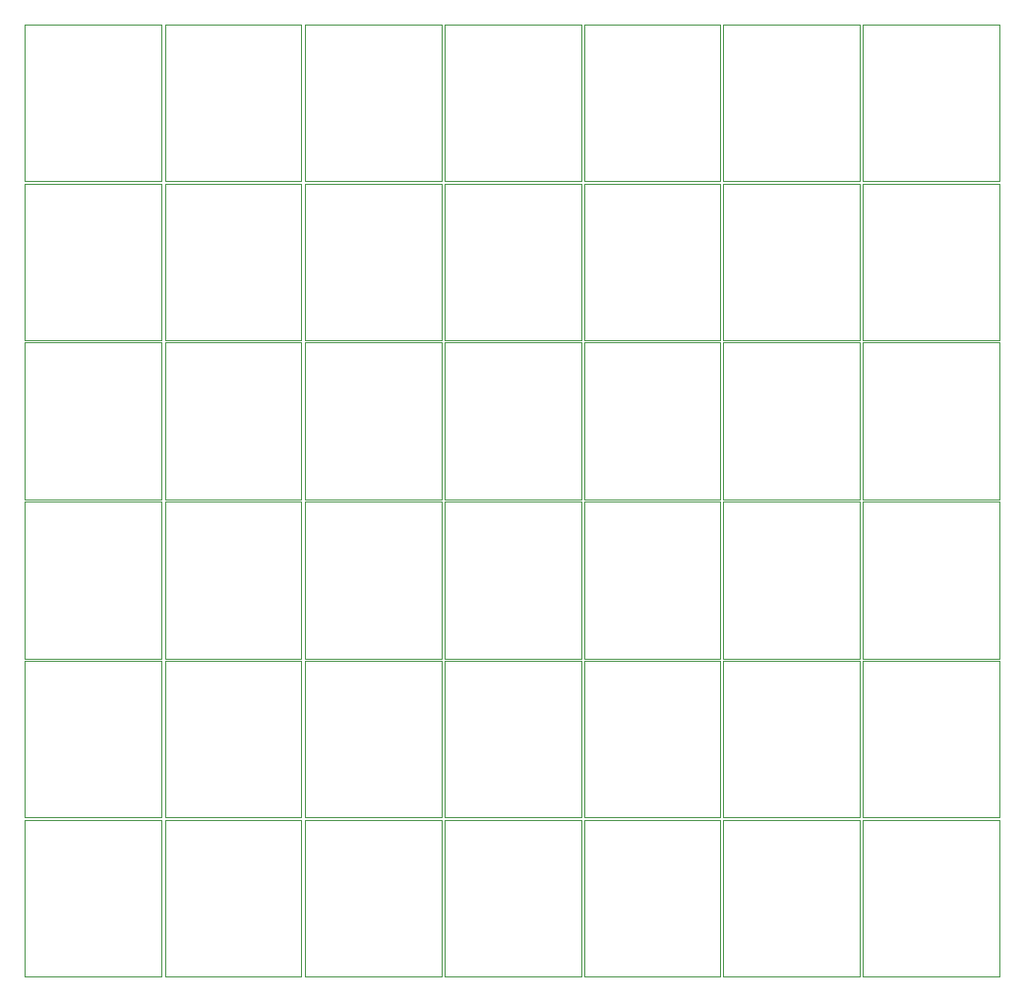
<source format=gbr>
G04 #@! TF.GenerationSoftware,KiCad,Pcbnew,5.0.2-bee76a0~70~ubuntu18.04.1*
G04 #@! TF.CreationDate,2019-05-10T19:14:11+02:00*
G04 #@! TF.ProjectId,spi_connector_board_micromatch_only_5x5_panel,7370695f-636f-46e6-9e65-63746f725f62,rev?*
G04 #@! TF.SameCoordinates,Original*
G04 #@! TF.FileFunction,Profile,NP*
%FSLAX46Y46*%
G04 Gerber Fmt 4.6, Leading zero omitted, Abs format (unit mm)*
G04 Created by KiCad (PCBNEW 5.0.2-bee76a0~70~ubuntu18.04.1) date Fr 10 Mai 2019 19:14:11 CEST*
%MOMM*%
%LPD*%
G01*
G04 APERTURE LIST*
%ADD10C,0.050000*%
G04 APERTURE END LIST*
D10*
X90246500Y-155421000D02*
X90246500Y-141921000D01*
X102311500Y-141921000D02*
X114061500Y-141921000D01*
X114311500Y-141921000D02*
X126061500Y-141921000D01*
X126311500Y-141921000D02*
X138061500Y-141921000D01*
X138311500Y-141921000D02*
X150061500Y-141921000D01*
X150311500Y-141921000D02*
X162061500Y-141921000D01*
X114061500Y-141921000D02*
X114061500Y-155421000D01*
X126061500Y-141921000D02*
X126061500Y-155421000D01*
X138061500Y-141921000D02*
X138061500Y-155421000D01*
X150061500Y-141921000D02*
X150061500Y-155421000D01*
X162061500Y-141921000D02*
X162061500Y-155421000D01*
X114061500Y-155421000D02*
X102311500Y-155421000D01*
X126061500Y-155421000D02*
X114311500Y-155421000D01*
X138061500Y-155421000D02*
X126311500Y-155421000D01*
X150061500Y-155421000D02*
X138311500Y-155421000D01*
X162061500Y-155421000D02*
X150311500Y-155421000D01*
X102311500Y-155421000D02*
X102311500Y-141921000D01*
X114311500Y-155421000D02*
X114311500Y-141921000D01*
X126311500Y-155421000D02*
X126311500Y-141921000D01*
X138311500Y-155421000D02*
X138311500Y-141921000D01*
X150311500Y-155421000D02*
X150311500Y-141921000D01*
X78181500Y-155421000D02*
X78181500Y-141921000D01*
X89931500Y-141921000D02*
X89931500Y-155421000D01*
X89931500Y-155421000D02*
X78181500Y-155421000D01*
X78181500Y-141921000D02*
X89931500Y-141921000D01*
X90246500Y-141921000D02*
X101996500Y-141921000D01*
X101996500Y-141921000D02*
X101996500Y-155421000D01*
X101996500Y-155421000D02*
X90246500Y-155421000D01*
X78181500Y-141705000D02*
X78181500Y-128205000D01*
X78181500Y-128005000D02*
X78181500Y-114505000D01*
X78181500Y-100605000D02*
X78181500Y-87105000D01*
X78181500Y-114305000D02*
X78181500Y-100805000D01*
X89931500Y-128005000D02*
X78181500Y-128005000D01*
X89931500Y-114305000D02*
X78181500Y-114305000D01*
X78181500Y-73405000D02*
X89931500Y-73405000D01*
X89931500Y-73405000D02*
X89931500Y-86905000D01*
X89931500Y-86905000D02*
X78181500Y-86905000D01*
X78181500Y-86905000D02*
X78181500Y-73405000D01*
X78181500Y-87105000D02*
X89931500Y-87105000D01*
X78181500Y-100805000D02*
X89931500Y-100805000D01*
X78181500Y-114505000D02*
X89931500Y-114505000D01*
X78181500Y-128205000D02*
X89931500Y-128205000D01*
X89931500Y-87105000D02*
X89931500Y-100605000D01*
X89931500Y-100805000D02*
X89931500Y-114305000D01*
X89931500Y-114505000D02*
X89931500Y-128005000D01*
X89931500Y-100605000D02*
X78181500Y-100605000D01*
X89931500Y-128205000D02*
X89931500Y-141705000D01*
X89931500Y-141705000D02*
X78181500Y-141705000D01*
X90246500Y-73405000D02*
X101996500Y-73405000D01*
X101996500Y-73405000D02*
X101996500Y-86905000D01*
X101996500Y-86905000D02*
X90246500Y-86905000D01*
X90246500Y-86905000D02*
X90246500Y-73405000D01*
X90246500Y-87105000D02*
X101996500Y-87105000D01*
X90246500Y-100805000D02*
X101996500Y-100805000D01*
X90246500Y-114505000D02*
X101996500Y-114505000D01*
X90246500Y-128205000D02*
X101996500Y-128205000D01*
X101996500Y-87105000D02*
X101996500Y-100605000D01*
X101996500Y-100805000D02*
X101996500Y-114305000D01*
X101996500Y-114505000D02*
X101996500Y-128005000D01*
X101996500Y-128205000D02*
X101996500Y-141705000D01*
X101996500Y-100605000D02*
X90246500Y-100605000D01*
X101996500Y-114305000D02*
X90246500Y-114305000D01*
X101996500Y-128005000D02*
X90246500Y-128005000D01*
X101996500Y-141705000D02*
X90246500Y-141705000D01*
X90246500Y-100605000D02*
X90246500Y-87105000D01*
X90246500Y-114305000D02*
X90246500Y-100805000D01*
X90246500Y-128005000D02*
X90246500Y-114505000D01*
X90246500Y-141705000D02*
X90246500Y-128205000D01*
X150311500Y-141705000D02*
X150311500Y-128205000D01*
X138311500Y-141705000D02*
X138311500Y-128205000D01*
X126311500Y-141705000D02*
X126311500Y-128205000D01*
X114311500Y-141705000D02*
X114311500Y-128205000D01*
X102311500Y-141705000D02*
X102311500Y-128205000D01*
X150311500Y-128005000D02*
X150311500Y-114505000D01*
X138311500Y-128005000D02*
X138311500Y-114505000D01*
X126311500Y-128005000D02*
X126311500Y-114505000D01*
X114311500Y-128005000D02*
X114311500Y-114505000D01*
X102311500Y-128005000D02*
X102311500Y-114505000D01*
X150311500Y-114305000D02*
X150311500Y-100805000D01*
X138311500Y-114305000D02*
X138311500Y-100805000D01*
X126311500Y-114305000D02*
X126311500Y-100805000D01*
X114311500Y-114305000D02*
X114311500Y-100805000D01*
X102311500Y-114305000D02*
X102311500Y-100805000D01*
X150311500Y-100605000D02*
X150311500Y-87105000D01*
X138311500Y-100605000D02*
X138311500Y-87105000D01*
X126311500Y-100605000D02*
X126311500Y-87105000D01*
X114311500Y-100605000D02*
X114311500Y-87105000D01*
X102311500Y-100605000D02*
X102311500Y-87105000D01*
X150311500Y-86905000D02*
X150311500Y-73405000D01*
X138311500Y-86905000D02*
X138311500Y-73405000D01*
X126311500Y-86905000D02*
X126311500Y-73405000D01*
X114311500Y-86905000D02*
X114311500Y-73405000D01*
X162061500Y-141705000D02*
X150311500Y-141705000D01*
X150061500Y-141705000D02*
X138311500Y-141705000D01*
X138061500Y-141705000D02*
X126311500Y-141705000D01*
X126061500Y-141705000D02*
X114311500Y-141705000D01*
X114061500Y-141705000D02*
X102311500Y-141705000D01*
X162061500Y-128005000D02*
X150311500Y-128005000D01*
X150061500Y-128005000D02*
X138311500Y-128005000D01*
X138061500Y-128005000D02*
X126311500Y-128005000D01*
X126061500Y-128005000D02*
X114311500Y-128005000D01*
X114061500Y-128005000D02*
X102311500Y-128005000D01*
X162061500Y-114305000D02*
X150311500Y-114305000D01*
X150061500Y-114305000D02*
X138311500Y-114305000D01*
X138061500Y-114305000D02*
X126311500Y-114305000D01*
X126061500Y-114305000D02*
X114311500Y-114305000D01*
X114061500Y-114305000D02*
X102311500Y-114305000D01*
X162061500Y-100605000D02*
X150311500Y-100605000D01*
X150061500Y-100605000D02*
X138311500Y-100605000D01*
X138061500Y-100605000D02*
X126311500Y-100605000D01*
X126061500Y-100605000D02*
X114311500Y-100605000D01*
X114061500Y-100605000D02*
X102311500Y-100605000D01*
X162061500Y-86905000D02*
X150311500Y-86905000D01*
X150061500Y-86905000D02*
X138311500Y-86905000D01*
X138061500Y-86905000D02*
X126311500Y-86905000D01*
X126061500Y-86905000D02*
X114311500Y-86905000D01*
X162061500Y-128205000D02*
X162061500Y-141705000D01*
X150061500Y-128205000D02*
X150061500Y-141705000D01*
X138061500Y-128205000D02*
X138061500Y-141705000D01*
X126061500Y-128205000D02*
X126061500Y-141705000D01*
X114061500Y-128205000D02*
X114061500Y-141705000D01*
X162061500Y-114505000D02*
X162061500Y-128005000D01*
X150061500Y-114505000D02*
X150061500Y-128005000D01*
X138061500Y-114505000D02*
X138061500Y-128005000D01*
X126061500Y-114505000D02*
X126061500Y-128005000D01*
X114061500Y-114505000D02*
X114061500Y-128005000D01*
X162061500Y-100805000D02*
X162061500Y-114305000D01*
X150061500Y-100805000D02*
X150061500Y-114305000D01*
X138061500Y-100805000D02*
X138061500Y-114305000D01*
X126061500Y-100805000D02*
X126061500Y-114305000D01*
X114061500Y-100805000D02*
X114061500Y-114305000D01*
X162061500Y-87105000D02*
X162061500Y-100605000D01*
X150061500Y-87105000D02*
X150061500Y-100605000D01*
X138061500Y-87105000D02*
X138061500Y-100605000D01*
X126061500Y-87105000D02*
X126061500Y-100605000D01*
X114061500Y-87105000D02*
X114061500Y-100605000D01*
X162061500Y-73405000D02*
X162061500Y-86905000D01*
X150061500Y-73405000D02*
X150061500Y-86905000D01*
X138061500Y-73405000D02*
X138061500Y-86905000D01*
X126061500Y-73405000D02*
X126061500Y-86905000D01*
X150311500Y-128205000D02*
X162061500Y-128205000D01*
X138311500Y-128205000D02*
X150061500Y-128205000D01*
X126311500Y-128205000D02*
X138061500Y-128205000D01*
X114311500Y-128205000D02*
X126061500Y-128205000D01*
X102311500Y-128205000D02*
X114061500Y-128205000D01*
X150311500Y-114505000D02*
X162061500Y-114505000D01*
X138311500Y-114505000D02*
X150061500Y-114505000D01*
X126311500Y-114505000D02*
X138061500Y-114505000D01*
X114311500Y-114505000D02*
X126061500Y-114505000D01*
X102311500Y-114505000D02*
X114061500Y-114505000D01*
X150311500Y-100805000D02*
X162061500Y-100805000D01*
X138311500Y-100805000D02*
X150061500Y-100805000D01*
X126311500Y-100805000D02*
X138061500Y-100805000D01*
X114311500Y-100805000D02*
X126061500Y-100805000D01*
X102311500Y-100805000D02*
X114061500Y-100805000D01*
X150311500Y-87105000D02*
X162061500Y-87105000D01*
X138311500Y-87105000D02*
X150061500Y-87105000D01*
X126311500Y-87105000D02*
X138061500Y-87105000D01*
X114311500Y-87105000D02*
X126061500Y-87105000D01*
X102311500Y-87105000D02*
X114061500Y-87105000D01*
X150311500Y-73405000D02*
X162061500Y-73405000D01*
X138311500Y-73405000D02*
X150061500Y-73405000D01*
X126311500Y-73405000D02*
X138061500Y-73405000D01*
X114311500Y-73405000D02*
X126061500Y-73405000D01*
X102311500Y-86905000D02*
X102311500Y-73405000D01*
X114061500Y-86905000D02*
X102311500Y-86905000D01*
X114061500Y-73405000D02*
X114061500Y-86905000D01*
X102311500Y-73405000D02*
X114061500Y-73405000D01*
M02*

</source>
